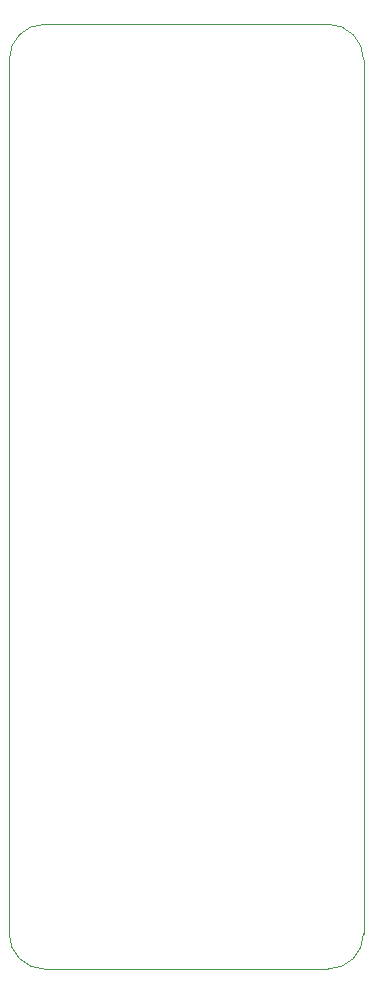
<source format=gbr>
%TF.GenerationSoftware,KiCad,Pcbnew,9.0.1*%
%TF.CreationDate,2025-10-28T21:34:47-04:00*%
%TF.ProjectId,OshTelemega,4f736854-656c-4656-9d65-67612e6b6963,rev?*%
%TF.SameCoordinates,Original*%
%TF.FileFunction,Profile,NP*%
%FSLAX46Y46*%
G04 Gerber Fmt 4.6, Leading zero omitted, Abs format (unit mm)*
G04 Created by KiCad (PCBNEW 9.0.1) date 2025-10-28 21:34:47*
%MOMM*%
%LPD*%
G01*
G04 APERTURE LIST*
%TA.AperFunction,Profile*%
%ADD10C,0.050000*%
%TD*%
G04 APERTURE END LIST*
D10*
X20000000Y-22950000D02*
G75*
G02*
X23000000Y-19950000I3000000J0D01*
G01*
X50000000Y-22950000D02*
X50000000Y-96950000D01*
X23000000Y-99950000D02*
G75*
G02*
X20000000Y-96950000I0J3000000D01*
G01*
X47000000Y-99950000D02*
X23000000Y-99950000D01*
X47000000Y-19950000D02*
G75*
G02*
X50000000Y-22950000I0J-3000000D01*
G01*
X23000000Y-19950000D02*
X47000000Y-19950000D01*
X50000000Y-96950000D02*
G75*
G02*
X47000000Y-99950000I-3000000J0D01*
G01*
X20000000Y-96950000D02*
X20000000Y-22950000D01*
M02*

</source>
